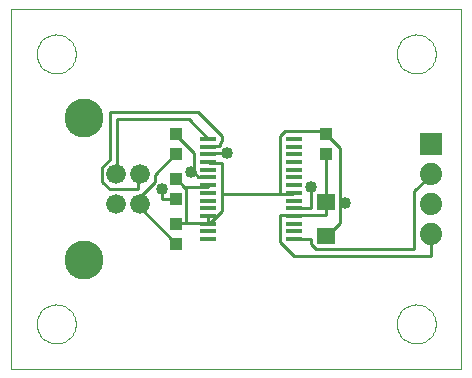
<source format=gtl>
G75*
G70*
%OFA0B0*%
%FSLAX24Y24*%
%IPPOS*%
%LPD*%
%AMOC8*
5,1,8,0,0,1.08239X$1,22.5*
%
%ADD10C,0.0000*%
%ADD11R,0.0550X0.0137*%
%ADD12R,0.0394X0.0433*%
%ADD13R,0.0630X0.0551*%
%ADD14C,0.0660*%
%ADD15C,0.1300*%
%ADD16R,0.0740X0.0740*%
%ADD17C,0.0740*%
%ADD18C,0.0100*%
%ADD19C,0.0400*%
D10*
X001561Y000100D02*
X001561Y012100D01*
X016561Y012100D01*
X016561Y000100D01*
X001561Y000100D01*
X002411Y001600D02*
X002413Y001650D01*
X002419Y001700D01*
X002429Y001750D01*
X002442Y001798D01*
X002459Y001846D01*
X002480Y001892D01*
X002504Y001936D01*
X002532Y001978D01*
X002563Y002018D01*
X002597Y002055D01*
X002634Y002090D01*
X002673Y002121D01*
X002714Y002150D01*
X002758Y002175D01*
X002804Y002197D01*
X002851Y002215D01*
X002899Y002229D01*
X002948Y002240D01*
X002998Y002247D01*
X003048Y002250D01*
X003099Y002249D01*
X003149Y002244D01*
X003199Y002235D01*
X003247Y002223D01*
X003295Y002206D01*
X003341Y002186D01*
X003386Y002163D01*
X003429Y002136D01*
X003469Y002106D01*
X003507Y002073D01*
X003542Y002037D01*
X003575Y001998D01*
X003604Y001957D01*
X003630Y001914D01*
X003653Y001869D01*
X003672Y001822D01*
X003687Y001774D01*
X003699Y001725D01*
X003707Y001675D01*
X003711Y001625D01*
X003711Y001575D01*
X003707Y001525D01*
X003699Y001475D01*
X003687Y001426D01*
X003672Y001378D01*
X003653Y001331D01*
X003630Y001286D01*
X003604Y001243D01*
X003575Y001202D01*
X003542Y001163D01*
X003507Y001127D01*
X003469Y001094D01*
X003429Y001064D01*
X003386Y001037D01*
X003341Y001014D01*
X003295Y000994D01*
X003247Y000977D01*
X003199Y000965D01*
X003149Y000956D01*
X003099Y000951D01*
X003048Y000950D01*
X002998Y000953D01*
X002948Y000960D01*
X002899Y000971D01*
X002851Y000985D01*
X002804Y001003D01*
X002758Y001025D01*
X002714Y001050D01*
X002673Y001079D01*
X002634Y001110D01*
X002597Y001145D01*
X002563Y001182D01*
X002532Y001222D01*
X002504Y001264D01*
X002480Y001308D01*
X002459Y001354D01*
X002442Y001402D01*
X002429Y001450D01*
X002419Y001500D01*
X002413Y001550D01*
X002411Y001600D01*
X002411Y010600D02*
X002413Y010650D01*
X002419Y010700D01*
X002429Y010750D01*
X002442Y010798D01*
X002459Y010846D01*
X002480Y010892D01*
X002504Y010936D01*
X002532Y010978D01*
X002563Y011018D01*
X002597Y011055D01*
X002634Y011090D01*
X002673Y011121D01*
X002714Y011150D01*
X002758Y011175D01*
X002804Y011197D01*
X002851Y011215D01*
X002899Y011229D01*
X002948Y011240D01*
X002998Y011247D01*
X003048Y011250D01*
X003099Y011249D01*
X003149Y011244D01*
X003199Y011235D01*
X003247Y011223D01*
X003295Y011206D01*
X003341Y011186D01*
X003386Y011163D01*
X003429Y011136D01*
X003469Y011106D01*
X003507Y011073D01*
X003542Y011037D01*
X003575Y010998D01*
X003604Y010957D01*
X003630Y010914D01*
X003653Y010869D01*
X003672Y010822D01*
X003687Y010774D01*
X003699Y010725D01*
X003707Y010675D01*
X003711Y010625D01*
X003711Y010575D01*
X003707Y010525D01*
X003699Y010475D01*
X003687Y010426D01*
X003672Y010378D01*
X003653Y010331D01*
X003630Y010286D01*
X003604Y010243D01*
X003575Y010202D01*
X003542Y010163D01*
X003507Y010127D01*
X003469Y010094D01*
X003429Y010064D01*
X003386Y010037D01*
X003341Y010014D01*
X003295Y009994D01*
X003247Y009977D01*
X003199Y009965D01*
X003149Y009956D01*
X003099Y009951D01*
X003048Y009950D01*
X002998Y009953D01*
X002948Y009960D01*
X002899Y009971D01*
X002851Y009985D01*
X002804Y010003D01*
X002758Y010025D01*
X002714Y010050D01*
X002673Y010079D01*
X002634Y010110D01*
X002597Y010145D01*
X002563Y010182D01*
X002532Y010222D01*
X002504Y010264D01*
X002480Y010308D01*
X002459Y010354D01*
X002442Y010402D01*
X002429Y010450D01*
X002419Y010500D01*
X002413Y010550D01*
X002411Y010600D01*
X014411Y010600D02*
X014413Y010650D01*
X014419Y010700D01*
X014429Y010750D01*
X014442Y010798D01*
X014459Y010846D01*
X014480Y010892D01*
X014504Y010936D01*
X014532Y010978D01*
X014563Y011018D01*
X014597Y011055D01*
X014634Y011090D01*
X014673Y011121D01*
X014714Y011150D01*
X014758Y011175D01*
X014804Y011197D01*
X014851Y011215D01*
X014899Y011229D01*
X014948Y011240D01*
X014998Y011247D01*
X015048Y011250D01*
X015099Y011249D01*
X015149Y011244D01*
X015199Y011235D01*
X015247Y011223D01*
X015295Y011206D01*
X015341Y011186D01*
X015386Y011163D01*
X015429Y011136D01*
X015469Y011106D01*
X015507Y011073D01*
X015542Y011037D01*
X015575Y010998D01*
X015604Y010957D01*
X015630Y010914D01*
X015653Y010869D01*
X015672Y010822D01*
X015687Y010774D01*
X015699Y010725D01*
X015707Y010675D01*
X015711Y010625D01*
X015711Y010575D01*
X015707Y010525D01*
X015699Y010475D01*
X015687Y010426D01*
X015672Y010378D01*
X015653Y010331D01*
X015630Y010286D01*
X015604Y010243D01*
X015575Y010202D01*
X015542Y010163D01*
X015507Y010127D01*
X015469Y010094D01*
X015429Y010064D01*
X015386Y010037D01*
X015341Y010014D01*
X015295Y009994D01*
X015247Y009977D01*
X015199Y009965D01*
X015149Y009956D01*
X015099Y009951D01*
X015048Y009950D01*
X014998Y009953D01*
X014948Y009960D01*
X014899Y009971D01*
X014851Y009985D01*
X014804Y010003D01*
X014758Y010025D01*
X014714Y010050D01*
X014673Y010079D01*
X014634Y010110D01*
X014597Y010145D01*
X014563Y010182D01*
X014532Y010222D01*
X014504Y010264D01*
X014480Y010308D01*
X014459Y010354D01*
X014442Y010402D01*
X014429Y010450D01*
X014419Y010500D01*
X014413Y010550D01*
X014411Y010600D01*
X014411Y001600D02*
X014413Y001650D01*
X014419Y001700D01*
X014429Y001750D01*
X014442Y001798D01*
X014459Y001846D01*
X014480Y001892D01*
X014504Y001936D01*
X014532Y001978D01*
X014563Y002018D01*
X014597Y002055D01*
X014634Y002090D01*
X014673Y002121D01*
X014714Y002150D01*
X014758Y002175D01*
X014804Y002197D01*
X014851Y002215D01*
X014899Y002229D01*
X014948Y002240D01*
X014998Y002247D01*
X015048Y002250D01*
X015099Y002249D01*
X015149Y002244D01*
X015199Y002235D01*
X015247Y002223D01*
X015295Y002206D01*
X015341Y002186D01*
X015386Y002163D01*
X015429Y002136D01*
X015469Y002106D01*
X015507Y002073D01*
X015542Y002037D01*
X015575Y001998D01*
X015604Y001957D01*
X015630Y001914D01*
X015653Y001869D01*
X015672Y001822D01*
X015687Y001774D01*
X015699Y001725D01*
X015707Y001675D01*
X015711Y001625D01*
X015711Y001575D01*
X015707Y001525D01*
X015699Y001475D01*
X015687Y001426D01*
X015672Y001378D01*
X015653Y001331D01*
X015630Y001286D01*
X015604Y001243D01*
X015575Y001202D01*
X015542Y001163D01*
X015507Y001127D01*
X015469Y001094D01*
X015429Y001064D01*
X015386Y001037D01*
X015341Y001014D01*
X015295Y000994D01*
X015247Y000977D01*
X015199Y000965D01*
X015149Y000956D01*
X015099Y000951D01*
X015048Y000950D01*
X014998Y000953D01*
X014948Y000960D01*
X014899Y000971D01*
X014851Y000985D01*
X014804Y001003D01*
X014758Y001025D01*
X014714Y001050D01*
X014673Y001079D01*
X014634Y001110D01*
X014597Y001145D01*
X014563Y001182D01*
X014532Y001222D01*
X014504Y001264D01*
X014480Y001308D01*
X014459Y001354D01*
X014442Y001402D01*
X014429Y001450D01*
X014419Y001500D01*
X014413Y001550D01*
X014411Y001600D01*
D11*
X011001Y004437D03*
X011001Y004693D03*
X011001Y004948D03*
X011001Y005204D03*
X011001Y005460D03*
X011001Y005716D03*
X011001Y005972D03*
X011001Y006228D03*
X011001Y006484D03*
X011001Y006740D03*
X011001Y006996D03*
X011001Y007252D03*
X011001Y007507D03*
X011001Y007763D03*
X008122Y007763D03*
X008122Y007507D03*
X008122Y007252D03*
X008122Y006996D03*
X008122Y006740D03*
X008122Y006484D03*
X008122Y006228D03*
X008122Y005972D03*
X008122Y005716D03*
X008122Y005460D03*
X008122Y005204D03*
X008122Y004948D03*
X008122Y004693D03*
X008122Y004437D03*
D12*
X007061Y004265D03*
X007061Y004935D03*
X007061Y005765D03*
X007061Y006435D03*
X007061Y007265D03*
X007061Y007935D03*
X012061Y007935D03*
X012061Y007265D03*
D13*
X012061Y005651D03*
X012061Y004549D03*
D14*
X005841Y005608D03*
X005061Y005608D03*
X005061Y006592D03*
X005841Y006592D03*
D15*
X003991Y008470D03*
X003991Y003730D03*
D16*
X015561Y007600D03*
D17*
X015561Y006600D03*
X015561Y005600D03*
X015561Y004600D03*
D18*
X015561Y003860D01*
X011001Y003860D01*
X010521Y004340D01*
X010521Y005220D01*
X010921Y005220D01*
X011001Y005204D01*
X011001Y005220D01*
X012041Y005220D01*
X012041Y005620D01*
X012061Y005651D01*
X012041Y005700D01*
X012041Y007220D01*
X012061Y007265D01*
X012521Y007460D02*
X012521Y005620D01*
X012681Y005620D01*
X012521Y005620D02*
X012521Y004980D01*
X012121Y004580D01*
X012061Y004549D01*
X011561Y004420D02*
X011561Y004260D01*
X011721Y004100D01*
X015001Y004100D01*
X015001Y006020D01*
X015561Y006580D01*
X015561Y006600D01*
X012521Y007460D02*
X012121Y007860D01*
X012061Y007935D01*
X012041Y007940D01*
X012041Y008020D01*
X010681Y008020D01*
X010521Y007860D01*
X010521Y005940D01*
X010921Y005940D01*
X011001Y005972D01*
X010521Y005940D02*
X008601Y005940D01*
X008601Y006980D01*
X008201Y006980D01*
X008122Y006996D01*
X008122Y007252D02*
X008201Y007300D01*
X008761Y007300D01*
X008521Y007540D02*
X008521Y007620D01*
X008601Y007700D01*
X008601Y007860D01*
X007801Y008660D01*
X004841Y008660D01*
X004841Y007060D01*
X004601Y006820D01*
X004601Y006340D01*
X004841Y006100D01*
X005801Y006100D01*
X005801Y006580D01*
X005841Y006592D01*
X006361Y006580D02*
X006361Y006340D01*
X005881Y005860D01*
X005881Y005620D01*
X005841Y005608D01*
X005881Y005540D01*
X005881Y005460D01*
X007001Y004340D01*
X007061Y004265D01*
X007061Y004935D02*
X007081Y004980D01*
X007401Y004980D01*
X007401Y006100D01*
X007321Y006180D01*
X008121Y006180D01*
X008122Y006228D01*
X008122Y006484D02*
X008121Y006500D01*
X007801Y006500D01*
X007641Y006660D01*
X007561Y006660D01*
X007641Y006660D02*
X007641Y007300D01*
X007081Y007860D01*
X007061Y007935D01*
X007481Y008420D02*
X005081Y008420D01*
X005081Y006660D01*
X005061Y006592D01*
X006361Y006580D02*
X007001Y007220D01*
X007061Y007265D01*
X008122Y007507D02*
X008201Y007540D01*
X008521Y007540D01*
X008122Y007763D02*
X008121Y007780D01*
X007481Y008420D01*
X007061Y006435D02*
X007081Y006420D01*
X007321Y006180D01*
X007061Y005765D02*
X007001Y005780D01*
X006601Y005780D01*
X006601Y006100D01*
X008122Y005204D02*
X008121Y005140D01*
X008121Y004980D01*
X008122Y004948D01*
X008201Y004980D01*
X008601Y005380D01*
X008601Y005940D01*
X008121Y004980D02*
X007401Y004980D01*
X011001Y005460D02*
X011001Y005460D01*
X011561Y005460D01*
X011561Y006180D01*
X011561Y004420D02*
X011001Y004420D01*
X011001Y004437D01*
D19*
X012681Y005620D03*
X011561Y006180D03*
X008761Y007300D03*
X007561Y006660D03*
X006601Y006100D03*
M02*

</source>
